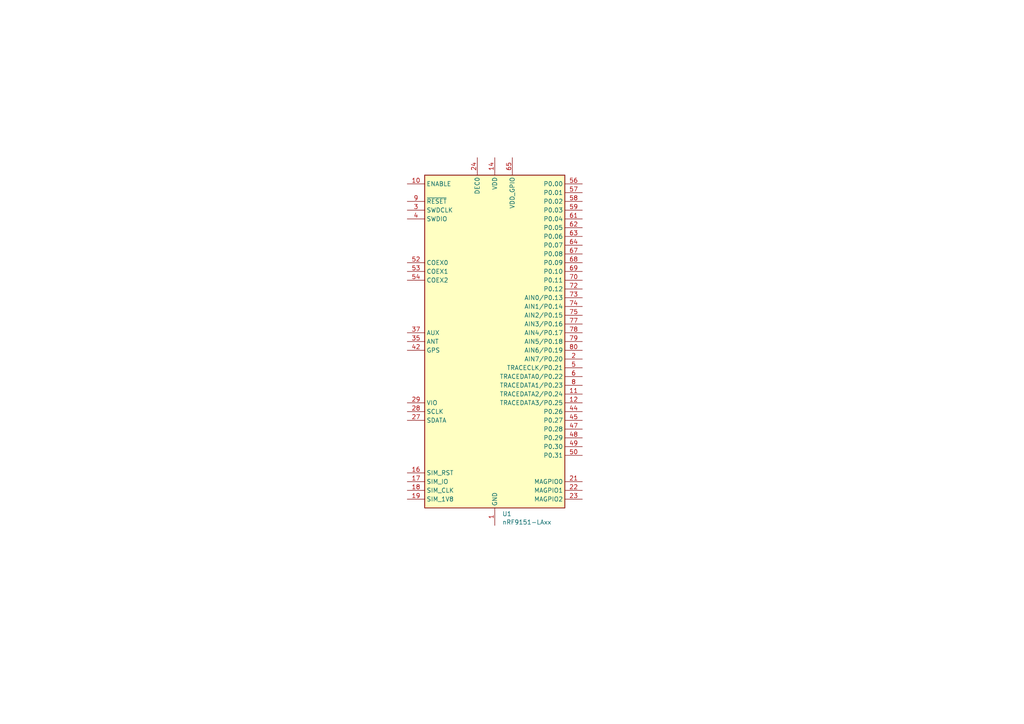
<source format=kicad_sch>
(kicad_sch (version 20250114) (generator "eeschema") (generator_version "9.0")
  (paper "A4")
  (title_block (title "nRF9151 Shopping Cart Opener") (date "2025-05-13") (rev "1.0.0") (company "Christian Hirsch") (comment 1 "Copyright (c) 2025 Christian Hirsch") (comment 2 "SPDX-License-Identifier: Apache-2.0 WITH SHL-2.1"))
  (lib_symbols
    (symbol "MCU_Nordic:nRF9151-LAxx"
      (property "Reference" "U" (at 10.668 -50.8 0))
      (property "Value" "nRF9151-LAxx" (at 10.668 -52.832 0))
      (symbol "nRF9151-LAxx_1_0"
        (pin no_connect line (at -25.4 33.02 0) (length 5.08) (hide yes) (name "RESERVED") (number "81"))
        (pin no_connect line (at -25.4 30.48 0) (length 5.08) (hide yes) (name "RESERVED") (number "82"))
        (pin no_connect line (at -25.4 27.94 0) (length 5.08) (hide yes) (name "RESERVED") (number "83"))
        (pin no_connect line (at -25.4 25.4 0) (length 5.08) (hide yes) (name "RESERVED") (number "84"))
        (pin no_connect line (at -25.4 15.24 0) (length 5.08) (hide yes) (name "RESERVED") (number "85"))
        (pin no_connect line (at -25.4 12.7 0) (length 5.08) (hide yes) (name "RESERVED") (number "86"))
        (pin no_connect line (at -25.4 10.16 0) (length 5.08) (hide yes) (name "RESERVED") (number "87"))
        (pin no_connect line (at -25.4 7.62 0) (length 5.08) (hide yes) (name "RESERVED") (number "88"))
        (pin no_connect line (at -25.4 5.08 0) (length 5.08) (hide yes) (name "RESERVED") (number "89"))
        (pin no_connect line (at -25.4 -5.08 0) (length 5.08) (hide yes) (name "RESERVED") (number "90"))
        (pin no_connect line (at -25.4 -7.62 0) (length 5.08) (hide yes) (name "RESERVED") (number "91"))
        (pin no_connect line (at -25.4 -10.16 0) (length 5.08) (hide yes) (name "RESERVED") (number "92"))
        (pin no_connect line (at -25.4 -12.7 0) (length 5.08) (hide yes) (name "RESERVED") (number "93"))
        (pin no_connect line (at -25.4 -15.24 0) (length 5.08) (hide yes) (name "RESERVED") (number "94"))
        (pin no_connect line (at -25.4 -27.94 0) (length 5.08) (hide yes) (name "RESERVED") (number "95"))
        (pin no_connect line (at -25.4 -30.48 0) (length 5.08) (hide yes) (name "RESERVED") (number "96"))
        (pin no_connect line (at -25.4 -33.02 0) (length 5.08) (hide yes) (name "RESERVED") (number "97"))
        (pin no_connect line (at -7.62 53.34 270) (length 5.08) (hide yes) (name "RESERVED") (number "101"))
        (pin no_connect line (at -7.62 -53.34 90) (length 5.08) (hide yes) (name "RESERVED") (number "31"))
        (pin no_connect line (at -5.08 -53.34 90) (length 5.08) (hide yes) (name "RESERVED") (number "32"))
        (pin no_connect line (at -2.54 53.34 270) (length 5.08) (hide yes) (name "RESERVED") (number "102"))
        (pin no_connect line (at -2.54 -53.34 90) (length 5.08) (hide yes) (name "RESERVED") (number "33"))
        (pin power_in line (at 0 -53.34 90) (length 5.08) (name "GND") (number "1"))
        (pin passive line (at 0 -53.34 90) (length 5.08) (hide yes) (name "GND") (number "105"))
        (pin passive line (at 0 -53.34 90) (length 5.08) (hide yes) (name "GND") (number "106"))
        (pin passive line (at 0 -53.34 90) (length 5.08) (hide yes) (name "GND") (number "107"))
        (pin passive line (at 0 -53.34 90) (length 5.08) (hide yes) (name "GND") (number "108"))
        (pin passive line (at 0 -53.34 90) (length 5.08) (hide yes) (name "GND") (number "109"))
        (pin passive line (at 0 -53.34 90) (length 5.08) (hide yes) (name "GND") (number "110"))
        (pin passive line (at 0 -53.34 90) (length 5.08) (hide yes) (name "GND") (number "111"))
        (pin passive line (at 0 -53.34 90) (length 5.08) (hide yes) (name "GND") (number "112"))
        (pin passive line (at 0 -53.34 90) (length 5.08) (hide yes) (name "GND") (number "113"))
        (pin passive line (at 0 -53.34 90) (length 5.08) (hide yes) (name "GND") (number "13"))
        (pin passive line (at 0 -53.34 90) (length 5.08) (hide yes) (name "GND") (number "15"))
        (pin passive line (at 0 -53.34 90) (length 5.08) (hide yes) (name "GND") (number "20"))
        (pin passive line (at 0 -53.34 90) (length 5.08) (hide yes) (name "GND") (number "25"))
        (pin passive line (at 0 -53.34 90) (length 5.08) (hide yes) (name "GND") (number "30"))
        (pin passive line (at 0 -53.34 90) (length 5.08) (hide yes) (name "GND") (number "34"))
        (pin passive line (at 0 -53.34 90) (length 5.08) (hide yes) (name "GND") (number "36"))
        (pin passive line (at 0 -53.34 90) (length 5.08) (hide yes) (name "GND") (number "38"))
        (pin passive line (at 0 -53.34 90) (length 5.08) (hide yes) (name "GND") (number "39"))
        (pin passive line (at 0 -53.34 90) (length 5.08) (hide yes) (name "GND") (number "40"))
        (pin passive line (at 0 -53.34 90) (length 5.08) (hide yes) (name "GND") (number "41"))
        (pin passive line (at 0 -53.34 90) (length 5.08) (hide yes) (name "GND") (number "43"))
        (pin passive line (at 0 -53.34 90) (length 5.08) (hide yes) (name "GND") (number "46"))
        (pin passive line (at 0 -53.34 90) (length 5.08) (hide yes) (name "GND") (number "51"))
        (pin passive line (at 0 -53.34 90) (length 5.08) (hide yes) (name "GND") (number "55"))
        (pin passive line (at 0 -53.34 90) (length 5.08) (hide yes) (name "GND") (number "60"))
        (pin passive line (at 0 -53.34 90) (length 5.08) (hide yes) (name "GND") (number "66"))
        (pin passive line (at 0 -53.34 90) (length 5.08) (hide yes) (name "GND") (number "7"))
        (pin passive line (at 0 -53.34 90) (length 5.08) (hide yes) (name "GND") (number "71"))
        (pin passive line (at 0 -53.34 90) (length 5.08) (hide yes) (name "GND") (number "76"))
        (pin no_connect line (at 2.54 53.34 270) (length 5.08) (hide yes) (name "RESERVED") (number "103"))
        (pin no_connect line (at 2.54 -53.34 90) (length 5.08) (hide yes) (name "RESERVED") (number "98"))
        (pin no_connect line (at 5.08 -53.34 90) (length 5.08) (hide yes) (name "RESERVED") (number "99"))
        (pin no_connect line (at 7.62 53.34 270) (length 5.08) (hide yes) (name "RESERVED") (number "104"))
        (pin no_connect line (at 7.62 -53.34 90) (length 5.08) (hide yes) (name "RESERVED") (number "100"))
      )
      (symbol "nRF9151-LAxx_1_1"
        (rectangle (start -20.32 48.26) (end 20.32 -48.26) (stroke (width 0.254)) (fill (type background)))
        (pin input line (at -25.4 45.72 0) (length 5.08) (name "ENABLE") (number "10"))
        (pin input line (at -25.4 40.64 0) (length 5.08) (name "~{RESET}") (number "9"))
        (pin input line (at -25.4 38.1 0) (length 5.08) (name "SWDCLK") (number "3"))
        (pin bidirectional line (at -25.4 35.56 0) (length 5.08) (name "SWDIO") (number "4"))
        (pin bidirectional line (at -25.4 22.86 0) (length 5.08) (name "COEX0") (number "52"))
        (pin bidirectional line (at -25.4 20.32 0) (length 5.08) (name "COEX1") (number "53"))
        (pin bidirectional line (at -25.4 17.78 0) (length 5.08) (name "COEX2") (number "54"))
        (pin passive line (at -25.4 2.54 0) (length 5.08) (name "AUX") (number "37"))
        (pin passive line (at -25.4 0 0) (length 5.08) (name "ANT") (number "35"))
        (pin passive line (at -25.4 -2.54 0) (length 5.08) (name "GPS") (number "42"))
        (pin power_out line (at -25.4 -17.78 0) (length 5.08) (name "VIO") (number "29"))
        (pin output line (at -25.4 -20.32 0) (length 5.08) (name "SCLK") (number "28"))
        (pin bidirectional line (at -25.4 -22.86 0) (length 5.08) (name "SDATA") (number "27"))
        (pin no_connect line (at -25.4 -35.56 0) (length 5.08) (hide yes) (name "SIM_DET") (number "26"))
        (pin output line (at -25.4 -38.1 0) (length 5.08) (name "SIM_RST") (number "16"))
        (pin bidirectional line (at -25.4 -40.64 0) (length 5.08) (name "SIM_IO") (number "17"))
        (pin output line (at -25.4 -43.18 0) (length 5.08) (name "SIM_CLK") (number "18"))
        (pin power_out line (at -25.4 -45.72 0) (length 5.08) (name "SIM_1V8") (number "19"))
        (pin passive line (at -5.08 53.34 270) (length 5.08) (name "DEC0") (number "24"))
        (pin power_in line (at 0 53.34 270) (length 5.08) (name "VDD") (number "14"))
        (pin power_in line (at 5.08 53.34 270) (length 5.08) (name "VDD_GPIO") (number "65"))
        (pin bidirectional line (at 25.4 45.72 180) (length 5.08) (name "P0.00") (number "56"))
        (pin bidirectional line (at 25.4 43.18 180) (length 5.08) (name "P0.01") (number "57"))
        (pin bidirectional line (at 25.4 40.64 180) (length 5.08) (name "P0.02") (number "58"))
        (pin bidirectional line (at 25.4 38.1 180) (length 5.08) (name "P0.03") (number "59"))
        (pin bidirectional line (at 25.4 35.56 180) (length 5.08) (name "P0.04") (number "61"))
        (pin bidirectional line (at 25.4 33.02 180) (length 5.08) (name "P0.05") (number "62"))
        (pin bidirectional line (at 25.4 30.48 180) (length 5.08) (name "P0.06") (number "63"))
        (pin bidirectional line (at 25.4 27.94 180) (length 5.08) (name "P0.07") (number "64"))
        (pin bidirectional line (at 25.4 25.4 180) (length 5.08) (name "P0.08") (number "67"))
        (pin bidirectional line (at 25.4 22.86 180) (length 5.08) (name "P0.09") (number "68"))
        (pin bidirectional line (at 25.4 20.32 180) (length 5.08) (name "P0.10") (number "69"))
        (pin bidirectional line (at 25.4 17.78 180) (length 5.08) (name "P0.11") (number "70"))
        (pin bidirectional line (at 25.4 15.24 180) (length 5.08) (name "P0.12") (number "72"))
        (pin bidirectional line (at 25.4 12.7 180) (length 5.08) (name "AIN0/P0.13") (number "73"))
        (pin bidirectional line (at 25.4 10.16 180) (length 5.08) (name "AIN1/P0.14") (number "74"))
        (pin bidirectional line (at 25.4 7.62 180) (length 5.08) (name "AIN2/P0.15") (number "75"))
        (pin bidirectional line (at 25.4 5.08 180) (length 5.08) (name "AIN3/P0.16") (number "77"))
        (pin bidirectional line (at 25.4 2.54 180) (length 5.08) (name "AIN4/P0.17") (number "78"))
        (pin bidirectional line (at 25.4 0 180) (length 5.08) (name "AIN5/P0.18") (number "79"))
        (pin bidirectional line (at 25.4 -2.54 180) (length 5.08) (name "AIN6/P0.19") (number "80"))
        (pin bidirectional line (at 25.4 -5.08 180) (length 5.08) (name "AIN7/P0.20") (number "2"))
        (pin bidirectional line (at 25.4 -7.62 180) (length 5.08) (name "TRACECLK/P0.21") (number "5"))
        (pin bidirectional line (at 25.4 -10.16 180) (length 5.08) (name "TRACEDATA0/P0.22") (number "6"))
        (pin bidirectional line (at 25.4 -12.7 180) (length 5.08) (name "TRACEDATA1/P0.23") (number "8"))
        (pin bidirectional line (at 25.4 -15.24 180) (length 5.08) (name "TRACEDATA2/P0.24") (number "11"))
        (pin bidirectional line (at 25.4 -17.78 180) (length 5.08) (name "TRACEDATA3/P0.25") (number "12"))
        (pin bidirectional line (at 25.4 -20.32 180) (length 5.08) (name "P0.26") (number "44"))
        (pin bidirectional line (at 25.4 -22.86 180) (length 5.08) (name "P0.27") (number "45"))
        (pin bidirectional line (at 25.4 -25.4 180) (length 5.08) (name "P0.28") (number "47"))
        (pin bidirectional line (at 25.4 -27.94 180) (length 5.08) (name "P0.29") (number "48"))
        (pin bidirectional line (at 25.4 -30.48 180) (length 5.08) (name "P0.30") (number "49"))
        (pin bidirectional line (at 25.4 -33.02 180) (length 5.08) (name "P0.31") (number "50"))
        (pin bidirectional line (at 25.4 -40.64 180) (length 5.08) (name "MAGPIO0") (number "21"))
        (pin bidirectional line (at 25.4 -43.18 180) (length 5.08) (name "MAGPIO1") (number "22"))
        (pin bidirectional line (at 25.4 -45.72 180) (length 5.08) (name "MAGPIO2") (number "23"))
      )
    )
  )
  (symbol (lib_id "MCU_Nordic:nRF9151-LAxx") (at 143.51 99.06 0) (unit 1)
    (property "Reference" "U1" (at 145.6533 149.0401 0) (effects (justify left)))
    (property "Value" "nRF9151-LAxx" (at 145.6533 151.4644 0) (effects (justify left)))
    (property "Footprint" "Package_LGA:Nordic_nRF9151-LAxx_LGA-80-33EP_12.1x11.1mm_P0.5mm" (effects (hide yes)))
    (property "Datasheet" "https://docs-be.nordicsemi.com/bundle/ps_nrf9151/page/nRF9151_PS_v1.0.pdf" (effects (hide yes)))
    (property "Description" "Low power SiP with integrated LTE-M/NB-IoT and DECT NR+ modem, and GNSS" (effects (hide yes)))
  )
)
</source>
